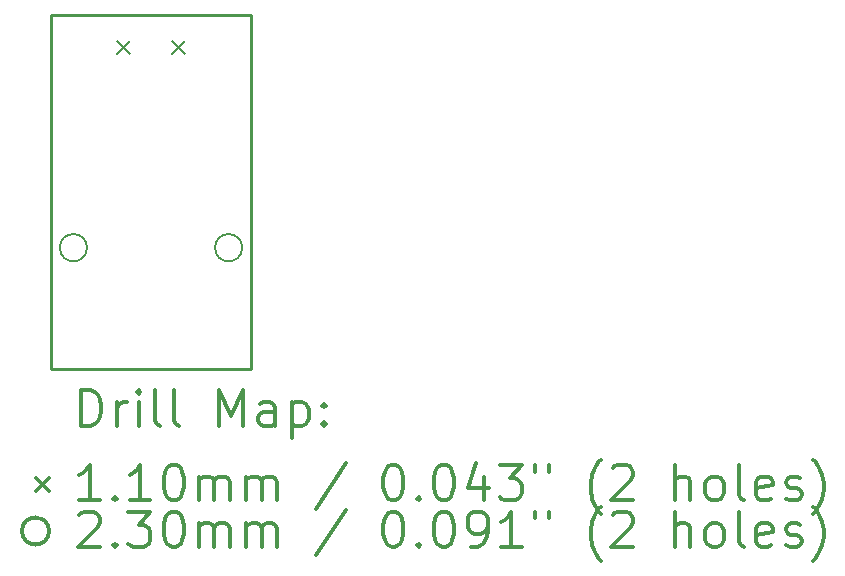
<source format=gbr>
%FSLAX45Y45*%
G04 Gerber Fmt 4.5, Leading zero omitted, Abs format (unit mm)*
G04 Created by KiCad (PCBNEW (after 2015-may-01 BZR unknown)-product) date 5/23/2015 03:29:00*
%MOMM*%
G01*
G04 APERTURE LIST*
%ADD10C,0.127000*%
%ADD11C,0.254000*%
%ADD12C,0.200000*%
%ADD13C,0.300000*%
G04 APERTURE END LIST*
D10*
D11*
X8404000Y-10992000D02*
X10104000Y-10992000D01*
X8404000Y-7992000D02*
X8404000Y-10992000D01*
X10104000Y-7992000D02*
X8404000Y-7992000D01*
X10104000Y-10992000D02*
X10104000Y-7992000D01*
D12*
X8969000Y-8212000D02*
X9079000Y-8322000D01*
X9079000Y-8212000D02*
X8969000Y-8322000D01*
X9429000Y-8212000D02*
X9539000Y-8322000D01*
X9539000Y-8212000D02*
X9429000Y-8322000D01*
X8712000Y-9962000D02*
G75*
G03X8712000Y-9962000I-115000J0D01*
G01*
X10026000Y-9962000D02*
G75*
G03X10026000Y-9962000I-115000J0D01*
G01*
D13*
X8662729Y-11470414D02*
X8662729Y-11170414D01*
X8734157Y-11170414D01*
X8777014Y-11184700D01*
X8805586Y-11213271D01*
X8819871Y-11241843D01*
X8834157Y-11298986D01*
X8834157Y-11341843D01*
X8819871Y-11398986D01*
X8805586Y-11427557D01*
X8777014Y-11456129D01*
X8734157Y-11470414D01*
X8662729Y-11470414D01*
X8962729Y-11470414D02*
X8962729Y-11270414D01*
X8962729Y-11327557D02*
X8977014Y-11298986D01*
X8991300Y-11284700D01*
X9019871Y-11270414D01*
X9048443Y-11270414D01*
X9148443Y-11470414D02*
X9148443Y-11270414D01*
X9148443Y-11170414D02*
X9134157Y-11184700D01*
X9148443Y-11198986D01*
X9162729Y-11184700D01*
X9148443Y-11170414D01*
X9148443Y-11198986D01*
X9334157Y-11470414D02*
X9305586Y-11456129D01*
X9291300Y-11427557D01*
X9291300Y-11170414D01*
X9491300Y-11470414D02*
X9462729Y-11456129D01*
X9448443Y-11427557D01*
X9448443Y-11170414D01*
X9834157Y-11470414D02*
X9834157Y-11170414D01*
X9934157Y-11384700D01*
X10034157Y-11170414D01*
X10034157Y-11470414D01*
X10305586Y-11470414D02*
X10305586Y-11313271D01*
X10291300Y-11284700D01*
X10262729Y-11270414D01*
X10205586Y-11270414D01*
X10177014Y-11284700D01*
X10305586Y-11456129D02*
X10277014Y-11470414D01*
X10205586Y-11470414D01*
X10177014Y-11456129D01*
X10162729Y-11427557D01*
X10162729Y-11398986D01*
X10177014Y-11370414D01*
X10205586Y-11356129D01*
X10277014Y-11356129D01*
X10305586Y-11341843D01*
X10448443Y-11270414D02*
X10448443Y-11570414D01*
X10448443Y-11284700D02*
X10477014Y-11270414D01*
X10534157Y-11270414D01*
X10562729Y-11284700D01*
X10577014Y-11298986D01*
X10591300Y-11327557D01*
X10591300Y-11413271D01*
X10577014Y-11441843D01*
X10562729Y-11456129D01*
X10534157Y-11470414D01*
X10477014Y-11470414D01*
X10448443Y-11456129D01*
X10719871Y-11441843D02*
X10734157Y-11456129D01*
X10719871Y-11470414D01*
X10705586Y-11456129D01*
X10719871Y-11441843D01*
X10719871Y-11470414D01*
X10719871Y-11284700D02*
X10734157Y-11298986D01*
X10719871Y-11313271D01*
X10705586Y-11298986D01*
X10719871Y-11284700D01*
X10719871Y-11313271D01*
X8281300Y-11909700D02*
X8391300Y-12019700D01*
X8391300Y-11909700D02*
X8281300Y-12019700D01*
X8819871Y-12100414D02*
X8648443Y-12100414D01*
X8734157Y-12100414D02*
X8734157Y-11800414D01*
X8705586Y-11843271D01*
X8677014Y-11871843D01*
X8648443Y-11886129D01*
X8948443Y-12071843D02*
X8962729Y-12086129D01*
X8948443Y-12100414D01*
X8934157Y-12086129D01*
X8948443Y-12071843D01*
X8948443Y-12100414D01*
X9248443Y-12100414D02*
X9077014Y-12100414D01*
X9162728Y-12100414D02*
X9162728Y-11800414D01*
X9134157Y-11843271D01*
X9105586Y-11871843D01*
X9077014Y-11886129D01*
X9434157Y-11800414D02*
X9462729Y-11800414D01*
X9491300Y-11814700D01*
X9505586Y-11828986D01*
X9519871Y-11857557D01*
X9534157Y-11914700D01*
X9534157Y-11986129D01*
X9519871Y-12043271D01*
X9505586Y-12071843D01*
X9491300Y-12086129D01*
X9462729Y-12100414D01*
X9434157Y-12100414D01*
X9405586Y-12086129D01*
X9391300Y-12071843D01*
X9377014Y-12043271D01*
X9362729Y-11986129D01*
X9362729Y-11914700D01*
X9377014Y-11857557D01*
X9391300Y-11828986D01*
X9405586Y-11814700D01*
X9434157Y-11800414D01*
X9662729Y-12100414D02*
X9662729Y-11900414D01*
X9662729Y-11928986D02*
X9677014Y-11914700D01*
X9705586Y-11900414D01*
X9748443Y-11900414D01*
X9777014Y-11914700D01*
X9791300Y-11943271D01*
X9791300Y-12100414D01*
X9791300Y-11943271D02*
X9805586Y-11914700D01*
X9834157Y-11900414D01*
X9877014Y-11900414D01*
X9905586Y-11914700D01*
X9919871Y-11943271D01*
X9919871Y-12100414D01*
X10062729Y-12100414D02*
X10062729Y-11900414D01*
X10062729Y-11928986D02*
X10077014Y-11914700D01*
X10105586Y-11900414D01*
X10148443Y-11900414D01*
X10177014Y-11914700D01*
X10191300Y-11943271D01*
X10191300Y-12100414D01*
X10191300Y-11943271D02*
X10205586Y-11914700D01*
X10234157Y-11900414D01*
X10277014Y-11900414D01*
X10305586Y-11914700D01*
X10319871Y-11943271D01*
X10319871Y-12100414D01*
X10905586Y-11786129D02*
X10648443Y-12171843D01*
X11291300Y-11800414D02*
X11319871Y-11800414D01*
X11348443Y-11814700D01*
X11362728Y-11828986D01*
X11377014Y-11857557D01*
X11391300Y-11914700D01*
X11391300Y-11986129D01*
X11377014Y-12043271D01*
X11362728Y-12071843D01*
X11348443Y-12086129D01*
X11319871Y-12100414D01*
X11291300Y-12100414D01*
X11262728Y-12086129D01*
X11248443Y-12071843D01*
X11234157Y-12043271D01*
X11219871Y-11986129D01*
X11219871Y-11914700D01*
X11234157Y-11857557D01*
X11248443Y-11828986D01*
X11262728Y-11814700D01*
X11291300Y-11800414D01*
X11519871Y-12071843D02*
X11534157Y-12086129D01*
X11519871Y-12100414D01*
X11505586Y-12086129D01*
X11519871Y-12071843D01*
X11519871Y-12100414D01*
X11719871Y-11800414D02*
X11748443Y-11800414D01*
X11777014Y-11814700D01*
X11791300Y-11828986D01*
X11805585Y-11857557D01*
X11819871Y-11914700D01*
X11819871Y-11986129D01*
X11805585Y-12043271D01*
X11791300Y-12071843D01*
X11777014Y-12086129D01*
X11748443Y-12100414D01*
X11719871Y-12100414D01*
X11691300Y-12086129D01*
X11677014Y-12071843D01*
X11662728Y-12043271D01*
X11648443Y-11986129D01*
X11648443Y-11914700D01*
X11662728Y-11857557D01*
X11677014Y-11828986D01*
X11691300Y-11814700D01*
X11719871Y-11800414D01*
X12077014Y-11900414D02*
X12077014Y-12100414D01*
X12005585Y-11786129D02*
X11934157Y-12000414D01*
X12119871Y-12000414D01*
X12205585Y-11800414D02*
X12391300Y-11800414D01*
X12291300Y-11914700D01*
X12334157Y-11914700D01*
X12362728Y-11928986D01*
X12377014Y-11943271D01*
X12391300Y-11971843D01*
X12391300Y-12043271D01*
X12377014Y-12071843D01*
X12362728Y-12086129D01*
X12334157Y-12100414D01*
X12248443Y-12100414D01*
X12219871Y-12086129D01*
X12205585Y-12071843D01*
X12505586Y-11800414D02*
X12505586Y-11857557D01*
X12619871Y-11800414D02*
X12619871Y-11857557D01*
X13062728Y-12214700D02*
X13048443Y-12200414D01*
X13019871Y-12157557D01*
X13005585Y-12128986D01*
X12991300Y-12086129D01*
X12977014Y-12014700D01*
X12977014Y-11957557D01*
X12991300Y-11886129D01*
X13005585Y-11843271D01*
X13019871Y-11814700D01*
X13048443Y-11771843D01*
X13062728Y-11757557D01*
X13162728Y-11828986D02*
X13177014Y-11814700D01*
X13205585Y-11800414D01*
X13277014Y-11800414D01*
X13305585Y-11814700D01*
X13319871Y-11828986D01*
X13334157Y-11857557D01*
X13334157Y-11886129D01*
X13319871Y-11928986D01*
X13148443Y-12100414D01*
X13334157Y-12100414D01*
X13691300Y-12100414D02*
X13691300Y-11800414D01*
X13819871Y-12100414D02*
X13819871Y-11943271D01*
X13805585Y-11914700D01*
X13777014Y-11900414D01*
X13734157Y-11900414D01*
X13705585Y-11914700D01*
X13691300Y-11928986D01*
X14005585Y-12100414D02*
X13977014Y-12086129D01*
X13962728Y-12071843D01*
X13948443Y-12043271D01*
X13948443Y-11957557D01*
X13962728Y-11928986D01*
X13977014Y-11914700D01*
X14005585Y-11900414D01*
X14048443Y-11900414D01*
X14077014Y-11914700D01*
X14091300Y-11928986D01*
X14105585Y-11957557D01*
X14105585Y-12043271D01*
X14091300Y-12071843D01*
X14077014Y-12086129D01*
X14048443Y-12100414D01*
X14005585Y-12100414D01*
X14277014Y-12100414D02*
X14248443Y-12086129D01*
X14234157Y-12057557D01*
X14234157Y-11800414D01*
X14505586Y-12086129D02*
X14477014Y-12100414D01*
X14419871Y-12100414D01*
X14391300Y-12086129D01*
X14377014Y-12057557D01*
X14377014Y-11943271D01*
X14391300Y-11914700D01*
X14419871Y-11900414D01*
X14477014Y-11900414D01*
X14505586Y-11914700D01*
X14519871Y-11943271D01*
X14519871Y-11971843D01*
X14377014Y-12000414D01*
X14634157Y-12086129D02*
X14662728Y-12100414D01*
X14719871Y-12100414D01*
X14748443Y-12086129D01*
X14762728Y-12057557D01*
X14762728Y-12043271D01*
X14748443Y-12014700D01*
X14719871Y-12000414D01*
X14677014Y-12000414D01*
X14648443Y-11986129D01*
X14634157Y-11957557D01*
X14634157Y-11943271D01*
X14648443Y-11914700D01*
X14677014Y-11900414D01*
X14719871Y-11900414D01*
X14748443Y-11914700D01*
X14862728Y-12214700D02*
X14877014Y-12200414D01*
X14905586Y-12157557D01*
X14919871Y-12128986D01*
X14934157Y-12086129D01*
X14948443Y-12014700D01*
X14948443Y-11957557D01*
X14934157Y-11886129D01*
X14919871Y-11843271D01*
X14905586Y-11814700D01*
X14877014Y-11771843D01*
X14862728Y-11757557D01*
X8391300Y-12360700D02*
G75*
G03X8391300Y-12360700I-115000J0D01*
G01*
X8648443Y-12224986D02*
X8662729Y-12210700D01*
X8691300Y-12196414D01*
X8762729Y-12196414D01*
X8791300Y-12210700D01*
X8805586Y-12224986D01*
X8819871Y-12253557D01*
X8819871Y-12282129D01*
X8805586Y-12324986D01*
X8634157Y-12496414D01*
X8819871Y-12496414D01*
X8948443Y-12467843D02*
X8962729Y-12482129D01*
X8948443Y-12496414D01*
X8934157Y-12482129D01*
X8948443Y-12467843D01*
X8948443Y-12496414D01*
X9062728Y-12196414D02*
X9248443Y-12196414D01*
X9148443Y-12310700D01*
X9191300Y-12310700D01*
X9219871Y-12324986D01*
X9234157Y-12339271D01*
X9248443Y-12367843D01*
X9248443Y-12439271D01*
X9234157Y-12467843D01*
X9219871Y-12482129D01*
X9191300Y-12496414D01*
X9105586Y-12496414D01*
X9077014Y-12482129D01*
X9062728Y-12467843D01*
X9434157Y-12196414D02*
X9462729Y-12196414D01*
X9491300Y-12210700D01*
X9505586Y-12224986D01*
X9519871Y-12253557D01*
X9534157Y-12310700D01*
X9534157Y-12382129D01*
X9519871Y-12439271D01*
X9505586Y-12467843D01*
X9491300Y-12482129D01*
X9462729Y-12496414D01*
X9434157Y-12496414D01*
X9405586Y-12482129D01*
X9391300Y-12467843D01*
X9377014Y-12439271D01*
X9362729Y-12382129D01*
X9362729Y-12310700D01*
X9377014Y-12253557D01*
X9391300Y-12224986D01*
X9405586Y-12210700D01*
X9434157Y-12196414D01*
X9662729Y-12496414D02*
X9662729Y-12296414D01*
X9662729Y-12324986D02*
X9677014Y-12310700D01*
X9705586Y-12296414D01*
X9748443Y-12296414D01*
X9777014Y-12310700D01*
X9791300Y-12339271D01*
X9791300Y-12496414D01*
X9791300Y-12339271D02*
X9805586Y-12310700D01*
X9834157Y-12296414D01*
X9877014Y-12296414D01*
X9905586Y-12310700D01*
X9919871Y-12339271D01*
X9919871Y-12496414D01*
X10062729Y-12496414D02*
X10062729Y-12296414D01*
X10062729Y-12324986D02*
X10077014Y-12310700D01*
X10105586Y-12296414D01*
X10148443Y-12296414D01*
X10177014Y-12310700D01*
X10191300Y-12339271D01*
X10191300Y-12496414D01*
X10191300Y-12339271D02*
X10205586Y-12310700D01*
X10234157Y-12296414D01*
X10277014Y-12296414D01*
X10305586Y-12310700D01*
X10319871Y-12339271D01*
X10319871Y-12496414D01*
X10905586Y-12182129D02*
X10648443Y-12567843D01*
X11291300Y-12196414D02*
X11319871Y-12196414D01*
X11348443Y-12210700D01*
X11362728Y-12224986D01*
X11377014Y-12253557D01*
X11391300Y-12310700D01*
X11391300Y-12382129D01*
X11377014Y-12439271D01*
X11362728Y-12467843D01*
X11348443Y-12482129D01*
X11319871Y-12496414D01*
X11291300Y-12496414D01*
X11262728Y-12482129D01*
X11248443Y-12467843D01*
X11234157Y-12439271D01*
X11219871Y-12382129D01*
X11219871Y-12310700D01*
X11234157Y-12253557D01*
X11248443Y-12224986D01*
X11262728Y-12210700D01*
X11291300Y-12196414D01*
X11519871Y-12467843D02*
X11534157Y-12482129D01*
X11519871Y-12496414D01*
X11505586Y-12482129D01*
X11519871Y-12467843D01*
X11519871Y-12496414D01*
X11719871Y-12196414D02*
X11748443Y-12196414D01*
X11777014Y-12210700D01*
X11791300Y-12224986D01*
X11805585Y-12253557D01*
X11819871Y-12310700D01*
X11819871Y-12382129D01*
X11805585Y-12439271D01*
X11791300Y-12467843D01*
X11777014Y-12482129D01*
X11748443Y-12496414D01*
X11719871Y-12496414D01*
X11691300Y-12482129D01*
X11677014Y-12467843D01*
X11662728Y-12439271D01*
X11648443Y-12382129D01*
X11648443Y-12310700D01*
X11662728Y-12253557D01*
X11677014Y-12224986D01*
X11691300Y-12210700D01*
X11719871Y-12196414D01*
X11962728Y-12496414D02*
X12019871Y-12496414D01*
X12048443Y-12482129D01*
X12062728Y-12467843D01*
X12091300Y-12424986D01*
X12105585Y-12367843D01*
X12105585Y-12253557D01*
X12091300Y-12224986D01*
X12077014Y-12210700D01*
X12048443Y-12196414D01*
X11991300Y-12196414D01*
X11962728Y-12210700D01*
X11948443Y-12224986D01*
X11934157Y-12253557D01*
X11934157Y-12324986D01*
X11948443Y-12353557D01*
X11962728Y-12367843D01*
X11991300Y-12382129D01*
X12048443Y-12382129D01*
X12077014Y-12367843D01*
X12091300Y-12353557D01*
X12105585Y-12324986D01*
X12391300Y-12496414D02*
X12219871Y-12496414D01*
X12305585Y-12496414D02*
X12305585Y-12196414D01*
X12277014Y-12239271D01*
X12248443Y-12267843D01*
X12219871Y-12282129D01*
X12505586Y-12196414D02*
X12505586Y-12253557D01*
X12619871Y-12196414D02*
X12619871Y-12253557D01*
X13062728Y-12610700D02*
X13048443Y-12596414D01*
X13019871Y-12553557D01*
X13005585Y-12524986D01*
X12991300Y-12482129D01*
X12977014Y-12410700D01*
X12977014Y-12353557D01*
X12991300Y-12282129D01*
X13005585Y-12239271D01*
X13019871Y-12210700D01*
X13048443Y-12167843D01*
X13062728Y-12153557D01*
X13162728Y-12224986D02*
X13177014Y-12210700D01*
X13205585Y-12196414D01*
X13277014Y-12196414D01*
X13305585Y-12210700D01*
X13319871Y-12224986D01*
X13334157Y-12253557D01*
X13334157Y-12282129D01*
X13319871Y-12324986D01*
X13148443Y-12496414D01*
X13334157Y-12496414D01*
X13691300Y-12496414D02*
X13691300Y-12196414D01*
X13819871Y-12496414D02*
X13819871Y-12339271D01*
X13805585Y-12310700D01*
X13777014Y-12296414D01*
X13734157Y-12296414D01*
X13705585Y-12310700D01*
X13691300Y-12324986D01*
X14005585Y-12496414D02*
X13977014Y-12482129D01*
X13962728Y-12467843D01*
X13948443Y-12439271D01*
X13948443Y-12353557D01*
X13962728Y-12324986D01*
X13977014Y-12310700D01*
X14005585Y-12296414D01*
X14048443Y-12296414D01*
X14077014Y-12310700D01*
X14091300Y-12324986D01*
X14105585Y-12353557D01*
X14105585Y-12439271D01*
X14091300Y-12467843D01*
X14077014Y-12482129D01*
X14048443Y-12496414D01*
X14005585Y-12496414D01*
X14277014Y-12496414D02*
X14248443Y-12482129D01*
X14234157Y-12453557D01*
X14234157Y-12196414D01*
X14505586Y-12482129D02*
X14477014Y-12496414D01*
X14419871Y-12496414D01*
X14391300Y-12482129D01*
X14377014Y-12453557D01*
X14377014Y-12339271D01*
X14391300Y-12310700D01*
X14419871Y-12296414D01*
X14477014Y-12296414D01*
X14505586Y-12310700D01*
X14519871Y-12339271D01*
X14519871Y-12367843D01*
X14377014Y-12396414D01*
X14634157Y-12482129D02*
X14662728Y-12496414D01*
X14719871Y-12496414D01*
X14748443Y-12482129D01*
X14762728Y-12453557D01*
X14762728Y-12439271D01*
X14748443Y-12410700D01*
X14719871Y-12396414D01*
X14677014Y-12396414D01*
X14648443Y-12382129D01*
X14634157Y-12353557D01*
X14634157Y-12339271D01*
X14648443Y-12310700D01*
X14677014Y-12296414D01*
X14719871Y-12296414D01*
X14748443Y-12310700D01*
X14862728Y-12610700D02*
X14877014Y-12596414D01*
X14905586Y-12553557D01*
X14919871Y-12524986D01*
X14934157Y-12482129D01*
X14948443Y-12410700D01*
X14948443Y-12353557D01*
X14934157Y-12282129D01*
X14919871Y-12239271D01*
X14905586Y-12210700D01*
X14877014Y-12167843D01*
X14862728Y-12153557D01*
M02*

</source>
